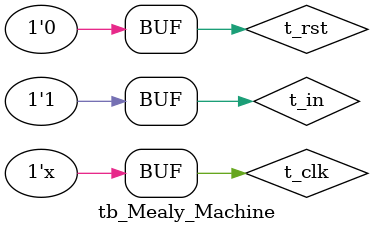
<source format=v>
`timescale 1ns/1ps

module tb_Mealy_Machine;

reg t_clk;
reg t_rst;
reg t_in;
wire t_out;

Mealy_Machine t_Mealy_Machine
(
	.clk(t_clk),
	.rst(t_rst),
	.in(t_in),
	.out(t_out)
);

initial
begin
	t_clk = 1'b1;
	t_rst = 1'b1;
	t_in = 1'b0;
	// ST : S0, NST : S0
end

always
begin
	#5 t_clk = ~t_clk;
end

initial
begin
	#10 t_in = 1'b1; t_rst = 1'b0;  // ST : S0, NST : S1
	#10 t_in = 1'b0; t_rst = 1'b0;  // ST : S1, NST : S2
	#10 t_in = 1'b0; t_rst = 1'b0;  // ST : S2, NST : S0 Between
	#10 t_in = 1'b1; t_rst = 1'b0;  // ST : S0, NST : S1 Glitch
	
	#10 t_in = 1'b1; t_rst = 1'b1;  // ST : S0, NST : S1 RESET! S0
	#10 t_in = 1'b0; t_rst = 1'b0;  // ST : S1, NST : S2  	
	#10 t_in = 1'b1; t_rst = 1'b0;  // ST : S2, NST : S1 Z = 1	
	#5  t_in = 1'b0; t_rst = 1'b0;  // ST : S2, NST : S0 Z = 0 By in
	#5  t_in = 1'b0; t_rst = 1'b0;  // ST : S0, NST : S0  
	#5  t_in = 1'b1; t_rst = 1'b0;  // ST : S0, NST : S1 By in
	#5  t_in = 1'b1; t_rst = 1'b0;  // ST : S1, NST : S1
	
	#10 t_in = 1'b0; t_rst = 1'b0;	// ST : S1, NST : S2
	#10 t_in = 1'b1; t_rst = 1'b0;  // ST : S2, NST : S1 Z = 1
	#10 t_in = 1'b1; t_rst = 1'b0;	// ST : S1, NST : S1 
	#10 t_in = 1'b0; t_rst = 1'b1;	// ST : S0, NST : S0 RESET! S0
	#5  t_in = 1'b1; t_rst = 1'b0;  // ST : S0, NST : S1 By in
	#5  t_in = 1'b1; t_rst = 1'b0;  // ST : S1, NST : S1
	#10 t_in = 1'b0; t_rst = 1'b0;  // ST : S1, NST : S2
	#10 t_in = 1'b1; t_rst = 1'b0;  // ST : S2, NST : S1 Z = 1	
end
//@(posdege clk)
endmodule

</source>
